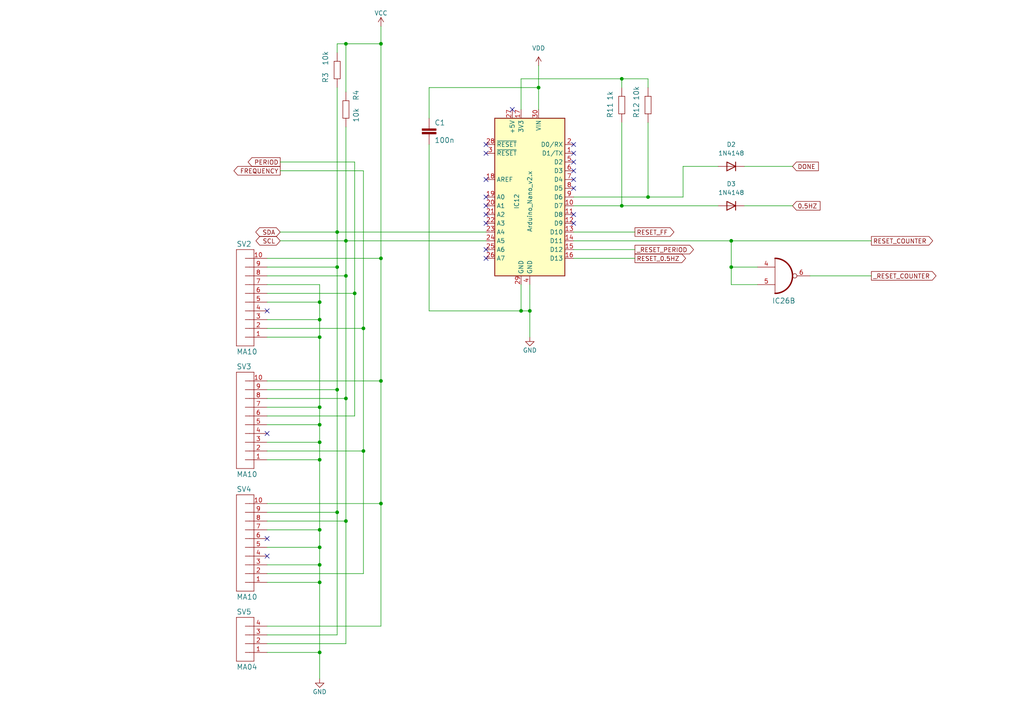
<source format=kicad_sch>
(kicad_sch (version 20211123) (generator eeschema)
  (paper "A4")
  (lib_symbols
    (symbol "Device:D" (pin_numbers hide) (pin_names (offset 1.016) hide)
      (property "Reference" "D" (at 0 2.54 0))
      (property "Value" "D" (at 0 -2.54 0))
      (symbol "D_0_1"
        (polyline (pts (xy -1.27 1.27) (xy -1.27 -1.27)) (stroke (width 0.254)))
        (polyline (pts (xy 1.27 0) (xy -1.27 0)))
        (polyline (pts (xy 1.27 1.27) (xy 1.27 -1.27) (xy -1.27 0) (xy 1.27 1.27)) (stroke (width 0.254)))
      )
      (symbol "D_1_1"
        (pin passive line (at -3.81 0 0) (length 2.54) (name "K") (number "1"))
        (pin passive line (at 3.81 0 180) (length 2.54) (name "A") (number "2"))
      )
    )
    (symbol "Hauptplatine-rescue:7400D-Zähler-eagle-import" (pin_names (offset 1.016))
      (property "Reference" "IC" (at -0.635 -0.635 0))
      (symbol "7400D-Zähler-eagle-import_1_0"
        (arc (start -2.54 -5.08) (mid 2.54 0) (end -2.54 5.08) (stroke (width 0.4064)))
        (polyline (pts (xy -2.54 5.08) (xy -2.54 -5.08)))
        (pin input line (at -7.62 2.54 0) (length 5.08) (name "I0") (number "1"))
        (pin input line (at -7.62 -2.54 0) (length 5.08) (name "I1") (number "2"))
        (pin output inverted (at 7.62 0 180) (length 5.08) (name "O") (number "3"))
      )
      (symbol "7400D-Zähler-eagle-import_2_0"
        (arc (start -2.54 -5.08) (mid 2.54 0) (end -2.54 5.08) (stroke (width 0.4064)))
        (polyline (pts (xy -2.54 5.08) (xy -2.54 -5.08)))
        (pin input line (at -7.62 2.54 0) (length 5.08) (name "I0") (number "4"))
        (pin input line (at -7.62 -2.54 0) (length 5.08) (name "I1") (number "5"))
        (pin output inverted (at 7.62 0 180) (length 5.08) (name "O") (number "6"))
      )
      (symbol "7400D-Zähler-eagle-import_3_0"
        (arc (start -2.54 -5.08) (mid 2.54 0) (end -2.54 5.08) (stroke (width 0.4064)))
        (polyline (pts (xy -2.54 5.08) (xy -2.54 -5.08)))
        (pin input line (at -7.62 -2.54 0) (length 5.08) (name "I1") (number "10"))
        (pin output inverted (at 7.62 0 180) (length 5.08) (name "O") (number "8"))
        (pin input line (at -7.62 2.54 0) (length 5.08) (name "I0") (number "9"))
      )
      (symbol "7400D-Zähler-eagle-import_4_0"
        (arc (start -2.54 -5.08) (mid 2.54 0) (end -2.54 5.08) (stroke (width 0.4064)))
        (polyline (pts (xy -2.54 5.08) (xy -2.54 -5.08)))
        (pin output inverted (at 7.62 0 180) (length 5.08) (name "O") (number "11"))
        (pin input line (at -7.62 2.54 0) (length 5.08) (name "I0") (number "12"))
        (pin input line (at -7.62 -2.54 0) (length 5.08) (name "I1") (number "13"))
      )
      (symbol "7400D-Zähler-eagle-import_5_0"
        (text "GND" (at 1.905 -5.842 900) (effects (font (size 1.0668 1.0668)) (justify left bottom)))
        (text "VCC" (at 1.905 2.54 900) (effects (font (size 1.0668 1.0668)) (justify left bottom)))
        (pin power_in line (at 0 7.62 270) (length 5.08) (name "VCC") (number "14"))
        (pin power_in line (at 0 -7.62 90) (length 5.08) (name "GND") (number "7"))
      )
    )
    (symbol "Hauptplatine-rescue:C-EUC0603-Zähler-eagle-import" (pin_names (offset 1.016))
      (property "Reference" "C" (at 1.524 0.381 0))
      (property "Value" "C-EUC0603-Zähler-eagle-import" (at 1.524 -4.699 0))
      (symbol "C-EUC0603-Zähler-eagle-import_1_0"
        (rectangle (start -2.032 -2.032) (end 2.032 -1.524) (fill (type outline)))
        (rectangle (start -2.032 -1.016) (end 2.032 -0.508) (fill (type outline)))
        (polyline (pts (xy 0 -2.54) (xy 0 -2.032)))
        (polyline (pts (xy 0 0) (xy 0 -0.508)))
        (pin passive line (at 0 2.54 270) (length 2.54) (name "1") (number "1"))
        (pin passive line (at 0 -5.08 90) (length 2.54) (name "2") (number "2"))
      )
    )
    (symbol "Hauptplatine-rescue:MA04-1-Grundplatine-eagle-import" (pin_names (offset 1.016))
      (property "Reference" "SV" (at -1.27 5.842 0))
      (property "Value" "MA04-1-Grundplatine-eagle-import" (at -1.27 -10.16 0))
      (symbol "MA04-1-Grundplatine-eagle-import_1_0"
        (polyline (pts (xy -1.27 5.08) (xy -1.27 -7.62)))
        (polyline (pts (xy -1.27 5.08) (xy 3.81 5.08)))
        (polyline (pts (xy 1.27 -5.08) (xy 2.54 -5.08)))
        (polyline (pts (xy 1.27 -2.54) (xy 2.54 -2.54)))
        (polyline (pts (xy 1.27 0) (xy 2.54 0)))
        (polyline (pts (xy 1.27 2.54) (xy 2.54 2.54)))
        (polyline (pts (xy 3.81 -7.62) (xy -1.27 -7.62)))
        (polyline (pts (xy 3.81 -7.62) (xy 3.81 5.08)))
        (pin passive line (at 7.62 -5.08 180) (length 5.08) (name "1") (number "1"))
        (pin passive line (at 7.62 -2.54 180) (length 5.08) (name "2") (number "2"))
        (pin passive line (at 7.62 0 180) (length 5.08) (name "3") (number "3"))
        (pin passive line (at 7.62 2.54 180) (length 5.08) (name "4") (number "4"))
      )
    )
    (symbol "Hauptplatine-rescue:MA10-1-Grundplatine-eagle-import" (pin_names (offset 1.016))
      (property "Reference" "SV" (at -1.27 16.002 0))
      (property "Value" "MA10-1-Grundplatine-eagle-import" (at -1.27 -15.24 0))
      (symbol "MA10-1-Grundplatine-eagle-import_1_0"
        (polyline (pts (xy -1.27 15.24) (xy -1.27 -12.7)))
        (polyline (pts (xy -1.27 15.24) (xy 3.81 15.24)))
        (polyline (pts (xy 1.27 -10.16) (xy 2.54 -10.16)))
        (polyline (pts (xy 1.27 -7.62) (xy 2.54 -7.62)))
        (polyline (pts (xy 1.27 -5.08) (xy 2.54 -5.08)))
        (polyline (pts (xy 1.27 -2.54) (xy 2.54 -2.54)))
        (polyline (pts (xy 1.27 0) (xy 2.54 0)))
        (polyline (pts (xy 1.27 2.54) (xy 2.54 2.54)))
        (polyline (pts (xy 1.27 5.08) (xy 2.54 5.08)))
        (polyline (pts (xy 1.27 7.62) (xy 2.54 7.62)))
        (polyline (pts (xy 1.27 10.16) (xy 2.54 10.16)))
        (polyline (pts (xy 1.27 12.7) (xy 2.54 12.7)))
        (polyline (pts (xy 3.81 -12.7) (xy -1.27 -12.7)))
        (polyline (pts (xy 3.81 -12.7) (xy 3.81 15.24)))
        (pin passive line (at 7.62 -10.16 180) (length 5.08) (name "1") (number "1"))
        (pin passive line (at 7.62 12.7 180) (length 5.08) (name "10") (number "10"))
        (pin passive line (at 7.62 -7.62 180) (length 5.08) (name "2") (number "2"))
        (pin passive line (at 7.62 -5.08 180) (length 5.08) (name "3") (number "3"))
        (pin passive line (at 7.62 -2.54 180) (length 5.08) (name "4") (number "4"))
        (pin passive line (at 7.62 0 180) (length 5.08) (name "5") (number "5"))
        (pin passive line (at 7.62 2.54 180) (length 5.08) (name "6") (number "6"))
        (pin passive line (at 7.62 5.08 180) (length 5.08) (name "7") (number "7"))
        (pin passive line (at 7.62 7.62 180) (length 5.08) (name "8") (number "8"))
        (pin passive line (at 7.62 10.16 180) (length 5.08) (name "9") (number "9"))
      )
    )
    (symbol "Hauptplatine-rescue:R-EU_M0805-Grundplatine-eagle-import" (pin_names (offset 1.016))
      (property "Reference" "R" (at -3.81 1.4986 0))
      (property "Value" "R-EU_M0805-Grundplatine-eagle-import" (at -3.81 -3.302 0))
      (symbol "R-EU_M0805-Grundplatine-eagle-import_1_0"
        (polyline (pts (xy -2.54 -0.889) (xy -2.54 0.889)))
        (polyline (pts (xy -2.54 -0.889) (xy 2.54 -0.889)))
        (polyline (pts (xy 2.54 -0.889) (xy 2.54 0.889)))
        (polyline (pts (xy 2.54 0.889) (xy -2.54 0.889)))
        (pin passive line (at -5.08 0 0) (length 2.54) (name "1") (number "1"))
        (pin passive line (at 5.08 0 180) (length 2.54) (name "2") (number "2"))
      )
    )
    (symbol "MCU_Module:Arduino_Nano_v2.x"
      (property "Reference" "A" (at -10.16 23.495 0))
      (property "Value" "Arduino_Nano_v2.x" (at 5.08 -24.13 0))
      (symbol "Arduino_Nano_v2.x_0_1"
        (rectangle (start -10.16 22.86) (end 10.16 -22.86) (stroke (width 0.254)) (fill (type background)))
      )
      (symbol "Arduino_Nano_v2.x_1_1"
        (pin bidirectional line (at -12.7 12.7 0) (length 2.54) (name "D1/TX") (number "1"))
        (pin bidirectional line (at -12.7 -2.54 0) (length 2.54) (name "D7") (number "10"))
        (pin bidirectional line (at -12.7 -5.08 0) (length 2.54) (name "D8") (number "11"))
        (pin bidirectional line (at -12.7 -7.62 0) (length 2.54) (name "D9") (number "12"))
        (pin bidirectional line (at -12.7 -10.16 0) (length 2.54) (name "D10") (number "13"))
        (pin bidirectional line (at -12.7 -12.7 0) (length 2.54) (name "D11") (number "14"))
        (pin bidirectional line (at -12.7 -15.24 0) (length 2.54) (name "D12") (number "15"))
        (pin bidirectional line (at -12.7 -17.78 0) (length 2.54) (name "D13") (number "16"))
        (pin power_out line (at 2.54 25.4 270) (length 2.54) (name "3V3") (number "17"))
        (pin input line (at 12.7 5.08 180) (length 2.54) (name "AREF") (number "18"))
        (pin bidirectional line (at 12.7 0 180) (length 2.54) (name "A0") (number "19"))
        (pin bidirectional line (at -12.7 15.24 0) (length 2.54) (name "D0/RX") (number "2"))
        (pin bidirectional line (at 12.7 -2.54 180) (length 2.54) (name "A1") (number "20"))
        (pin bidirectional line (at 12.7 -5.08 180) (length 2.54) (name "A2") (number "21"))
        (pin bidirectional line (at 12.7 -7.62 180) (length 2.54) (name "A3") (number "22"))
        (pin bidirectional line (at 12.7 -10.16 180) (length 2.54) (name "A4") (number "23"))
        (pin bidirectional line (at 12.7 -12.7 180) (length 2.54) (name "A5") (number "24"))
        (pin bidirectional line (at 12.7 -15.24 180) (length 2.54) (name "A6") (number "25"))
        (pin bidirectional line (at 12.7 -17.78 180) (length 2.54) (name "A7") (number "26"))
        (pin power_out line (at 5.08 25.4 270) (length 2.54) (name "+5V") (number "27"))
        (pin input line (at 12.7 15.24 180) (length 2.54) (name "~{RESET}") (number "28"))
        (pin power_in line (at 2.54 -25.4 90) (length 2.54) (name "GND") (number "29"))
        (pin input line (at 12.7 12.7 180) (length 2.54) (name "~{RESET}") (number "3"))
        (pin power_in line (at -2.54 25.4 270) (length 2.54) (name "VIN") (number "30"))
        (pin power_in line (at 0 -25.4 90) (length 2.54) (name "GND") (number "4"))
        (pin bidirectional line (at -12.7 10.16 0) (length 2.54) (name "D2") (number "5"))
        (pin bidirectional line (at -12.7 7.62 0) (length 2.54) (name "D3") (number "6"))
        (pin bidirectional line (at -12.7 5.08 0) (length 2.54) (name "D4") (number "7"))
        (pin bidirectional line (at -12.7 2.54 0) (length 2.54) (name "D5") (number "8"))
        (pin bidirectional line (at -12.7 0 0) (length 2.54) (name "D6") (number "9"))
      )
    )
    (symbol "power:GND" (power) (pin_names (offset 0))
      (property "Value" "GND" (at 0 -3.81 0))
      (symbol "GND_0_1"
        (polyline (pts (xy 0 0) (xy 0 -1.27) (xy 1.27 -1.27) (xy 0 -2.54) (xy -1.27 -1.27) (xy 0 -1.27)))
      )
      (symbol "GND_1_1"
        (pin power_in line (at 0 0 270) (length 0) hide (name "GND") (number "1"))
      )
    )
    (symbol "power:VCC" (power) (pin_names (offset 0))
      (property "Value" "VCC" (at 0 3.81 0))
      (symbol "VCC_0_1"
        (polyline (pts (xy -0.762 1.27) (xy 0 2.54)))
        (polyline (pts (xy 0 0) (xy 0 2.54)))
        (polyline (pts (xy 0 2.54) (xy 0.762 1.27)))
      )
      (symbol "VCC_1_1"
        (pin power_in line (at 0 0 90) (length 0) hide (name "VCC") (number "1"))
      )
    )
    (symbol "power:VDD" (power) (pin_names (offset 0))
      (property "Value" "VDD" (at 0 3.81 0))
      (symbol "VDD_0_1"
        (polyline (pts (xy -0.762 1.27) (xy 0 2.54)))
        (polyline (pts (xy 0 0) (xy 0 2.54)))
        (polyline (pts (xy 0 2.54) (xy 0.762 1.27)))
      )
      (symbol "VDD_1_1"
        (pin power_in line (at 0 0 90) (length 0) hide (name "VDD") (number "1"))
      )
    )
  )
  (junction (at 92.71 189.23))
  (junction (at 100.33 115.57))
  (junction (at 92.71 168.91))
  (junction (at 102.87 85.09))
  (junction (at 110.49 110.49))
  (junction (at 187.96 57.15))
  (junction (at 97.79 67.31))
  (junction (at 100.33 151.13))
  (junction (at 97.79 113.03))
  (junction (at 97.79 148.59))
  (junction (at 92.71 133.35))
  (junction (at 92.71 92.71))
  (junction (at 100.33 80.01))
  (junction (at 153.67 90.17))
  (junction (at 92.71 87.63))
  (junction (at 151.13 90.17))
  (junction (at 105.41 130.81))
  (junction (at 92.71 163.83))
  (junction (at 105.41 95.25))
  (junction (at 110.49 74.93))
  (junction (at 212.09 69.85))
  (junction (at 97.79 77.47))
  (junction (at 180.34 59.69))
  (junction (at 92.71 118.11))
  (junction (at 110.49 12.7))
  (junction (at 100.33 12.7))
  (junction (at 110.49 146.05))
  (junction (at 92.71 158.75))
  (junction (at 92.71 153.67))
  (junction (at 156.21 25.4))
  (junction (at 92.71 123.19))
  (junction (at 100.33 69.85))
  (junction (at 212.09 77.47))
  (junction (at 180.34 22.86))
  (junction (at 92.71 128.27))
  (junction (at 92.71 97.79))
  (no_connect (at 77.47 161.29))
  (no_connect (at 140.97 62.23))
  (no_connect (at 77.47 90.17))
  (no_connect (at 166.37 44.45))
  (no_connect (at 140.97 64.77))
  (no_connect (at 77.47 125.73))
  (no_connect (at 166.37 41.91))
  (no_connect (at 166.37 54.61))
  (no_connect (at 140.97 52.07))
  (no_connect (at 140.97 59.69))
  (no_connect (at 140.97 72.39))
  (no_connect (at 166.37 62.23))
  (no_connect (at 77.47 156.21))
  (no_connect (at 148.59 31.75))
  (no_connect (at 140.97 44.45))
  (no_connect (at 140.97 41.91))
  (no_connect (at 166.37 46.99))
  (no_connect (at 166.37 64.77))
  (no_connect (at 166.37 49.53))
  (no_connect (at 140.97 57.15))
  (no_connect (at 140.97 74.93))
  (no_connect (at 166.37 52.07))
  (wire (pts (xy 156.21 19.05) (xy 156.21 25.4)))
  (wire (pts (xy 92.71 189.23) (xy 92.71 168.91)))
  (wire (pts (xy 187.96 25.4) (xy 187.96 22.86)))
  (wire (pts (xy 100.33 151.13) (xy 77.47 151.13)))
  (wire (pts (xy 100.33 115.57) (xy 100.33 151.13)))
  (wire (pts (xy 124.46 90.17) (xy 151.13 90.17)))
  (wire (pts (xy 97.79 67.31) (xy 97.79 77.47)))
  (wire (pts (xy 212.09 69.85) (xy 252.73 69.85)))
  (wire (pts (xy 215.9 59.69) (xy 229.87 59.69)))
  (wire (pts (xy 166.37 57.15) (xy 187.96 57.15)))
  (wire (pts (xy 77.47 82.55) (xy 92.71 82.55)))
  (wire (pts (xy 110.49 181.61) (xy 110.49 146.05)))
  (wire (pts (xy 110.49 7.62) (xy 110.49 12.7)))
  (wire (pts (xy 212.09 77.47) (xy 212.09 69.85)))
  (wire (pts (xy 77.47 110.49) (xy 110.49 110.49)))
  (wire (pts (xy 212.09 82.55) (xy 219.71 82.55)))
  (wire (pts (xy 110.49 146.05) (xy 110.49 110.49)))
  (wire (pts (xy 105.41 95.25) (xy 105.41 130.81)))
  (wire (pts (xy 105.41 166.37) (xy 77.47 166.37)))
  (wire (pts (xy 77.47 87.63) (xy 92.71 87.63)))
  (wire (pts (xy 100.33 186.69) (xy 77.47 186.69)))
  (wire (pts (xy 151.13 90.17) (xy 151.13 82.55)))
  (wire (pts (xy 92.71 87.63) (xy 92.71 82.55)))
  (wire (pts (xy 92.71 158.75) (xy 92.71 153.67)))
  (wire (pts (xy 92.71 133.35) (xy 92.71 128.27)))
  (wire (pts (xy 110.49 12.7) (xy 100.33 12.7)))
  (wire (pts (xy 153.67 90.17) (xy 151.13 90.17)))
  (wire (pts (xy 102.87 46.99) (xy 102.87 85.09)))
  (wire (pts (xy 215.9 48.26) (xy 229.87 48.26)))
  (wire (pts (xy 97.79 77.47) (xy 77.47 77.47)))
  (wire (pts (xy 234.95 80.01) (xy 252.73 80.01)))
  (wire (pts (xy 81.28 67.31) (xy 97.79 67.31)))
  (wire (pts (xy 180.34 35.56) (xy 180.34 59.69)))
  (wire (pts (xy 92.71 118.11) (xy 92.71 97.79)))
  (wire (pts (xy 100.33 80.01) (xy 100.33 115.57)))
  (wire (pts (xy 92.71 97.79) (xy 92.71 92.71)))
  (wire (pts (xy 77.47 158.75) (xy 92.71 158.75)))
  (wire (pts (xy 102.87 85.09) (xy 102.87 120.65)))
  (wire (pts (xy 102.87 120.65) (xy 77.47 120.65)))
  (wire (pts (xy 77.47 146.05) (xy 110.49 146.05)))
  (wire (pts (xy 105.41 49.53) (xy 105.41 95.25)))
  (wire (pts (xy 97.79 148.59) (xy 97.79 184.15)))
  (wire (pts (xy 219.71 77.47) (xy 212.09 77.47)))
  (wire (pts (xy 166.37 72.39) (xy 184.15 72.39)))
  (wire (pts (xy 81.28 49.53) (xy 105.41 49.53)))
  (wire (pts (xy 187.96 35.56) (xy 187.96 57.15)))
  (wire (pts (xy 151.13 31.75) (xy 151.13 22.86)))
  (wire (pts (xy 81.28 69.85) (xy 100.33 69.85)))
  (wire (pts (xy 77.47 97.79) (xy 92.71 97.79)))
  (wire (pts (xy 97.79 15.24) (xy 97.79 12.7)))
  (wire (pts (xy 77.47 92.71) (xy 92.71 92.71)))
  (wire (pts (xy 97.79 184.15) (xy 77.47 184.15)))
  (wire (pts (xy 77.47 153.67) (xy 92.71 153.67)))
  (wire (pts (xy 100.33 80.01) (xy 77.47 80.01)))
  (wire (pts (xy 100.33 69.85) (xy 140.97 69.85)))
  (wire (pts (xy 166.37 67.31) (xy 184.15 67.31)))
  (wire (pts (xy 184.15 74.93) (xy 166.37 74.93)))
  (wire (pts (xy 156.21 25.4) (xy 156.21 31.75)))
  (wire (pts (xy 110.49 12.7) (xy 110.49 74.93)))
  (wire (pts (xy 77.47 181.61) (xy 110.49 181.61)))
  (wire (pts (xy 198.12 57.15) (xy 198.12 48.26)))
  (wire (pts (xy 92.71 196.85) (xy 92.71 189.23)))
  (wire (pts (xy 212.09 77.47) (xy 212.09 82.55)))
  (wire (pts (xy 97.79 113.03) (xy 77.47 113.03)))
  (wire (pts (xy 77.47 189.23) (xy 92.71 189.23)))
  (wire (pts (xy 97.79 25.4) (xy 97.79 67.31)))
  (wire (pts (xy 92.71 168.91) (xy 92.71 163.83)))
  (wire (pts (xy 105.41 95.25) (xy 77.47 95.25)))
  (wire (pts (xy 77.47 168.91) (xy 92.71 168.91)))
  (wire (pts (xy 77.47 118.11) (xy 92.71 118.11)))
  (wire (pts (xy 97.79 148.59) (xy 77.47 148.59)))
  (wire (pts (xy 105.41 130.81) (xy 105.41 166.37)))
  (wire (pts (xy 81.28 46.99) (xy 102.87 46.99)))
  (wire (pts (xy 92.71 92.71) (xy 92.71 87.63)))
  (wire (pts (xy 100.33 69.85) (xy 100.33 80.01)))
  (wire (pts (xy 92.71 153.67) (xy 92.71 133.35)))
  (wire (pts (xy 187.96 57.15) (xy 198.12 57.15)))
  (wire (pts (xy 97.79 77.47) (xy 97.79 113.03)))
  (wire (pts (xy 180.34 22.86) (xy 187.96 22.86)))
  (wire (pts (xy 180.34 59.69) (xy 208.28 59.69)))
  (wire (pts (xy 198.12 48.26) (xy 208.28 48.26)))
  (wire (pts (xy 77.47 163.83) (xy 92.71 163.83)))
  (wire (pts (xy 97.79 113.03) (xy 97.79 148.59)))
  (wire (pts (xy 92.71 163.83) (xy 92.71 158.75)))
  (wire (pts (xy 97.79 12.7) (xy 100.33 12.7)))
  (wire (pts (xy 77.47 128.27) (xy 92.71 128.27)))
  (wire (pts (xy 153.67 90.17) (xy 153.67 82.55)))
  (wire (pts (xy 124.46 41.91) (xy 124.46 90.17)))
  (wire (pts (xy 77.47 123.19) (xy 92.71 123.19)))
  (wire (pts (xy 110.49 110.49) (xy 110.49 74.93)))
  (wire (pts (xy 180.34 22.86) (xy 180.34 25.4)))
  (wire (pts (xy 100.33 151.13) (xy 100.33 186.69)))
  (wire (pts (xy 77.47 74.93) (xy 110.49 74.93)))
  (wire (pts (xy 124.46 25.4) (xy 124.46 34.29)))
  (wire (pts (xy 166.37 59.69) (xy 180.34 59.69)))
  (wire (pts (xy 153.67 97.79) (xy 153.67 90.17)))
  (wire (pts (xy 92.71 123.19) (xy 92.71 118.11)))
  (wire (pts (xy 100.33 36.83) (xy 100.33 69.85)))
  (wire (pts (xy 166.37 69.85) (xy 212.09 69.85)))
  (wire (pts (xy 102.87 85.09) (xy 77.47 85.09)))
  (wire (pts (xy 156.21 25.4) (xy 124.46 25.4)))
  (wire (pts (xy 92.71 128.27) (xy 92.71 123.19)))
  (wire (pts (xy 105.41 130.81) (xy 77.47 130.81)))
  (wire (pts (xy 151.13 22.86) (xy 180.34 22.86)))
  (wire (pts (xy 140.97 67.31) (xy 97.79 67.31)))
  (wire (pts (xy 100.33 12.7) (xy 100.33 26.67)))
  (wire (pts (xy 100.33 115.57) (xy 77.47 115.57)))
  (wire (pts (xy 77.47 133.35) (xy 92.71 133.35)))
  (global_label "0.5HZ" (shape input) (at 229.87 59.69 0) (property "Intersheet References" "${INTERSHEET_REFS}" (effects hide)))
  (global_label "PERIOD" (shape output) (at 81.28 46.99 180) (property "Intersheet References" "${INTERSHEET_REFS}" (effects hide)))
  (global_label "_RESET_PERIOD" (shape output) (at 184.15 72.39 0) (property "Intersheet References" "${INTERSHEET_REFS}" (effects hide)))
  (global_label "SDA" (shape bidirectional) (at 81.28 67.31 180) (property "Intersheet References" "${INTERSHEET_REFS}" (effects hide)))
  (global_label "DONE" (shape input) (at 229.87 48.26 0) (property "Intersheet References" "${INTERSHEET_REFS}" (effects hide)))
  (global_label "_RESET_COUNTER" (shape output) (at 252.73 80.01 0) (property "Intersheet References" "${INTERSHEET_REFS}" (effects hide)))
  (global_label "RESET_0.5HZ" (shape output) (at 184.15 74.93 0) (property "Intersheet References" "${INTERSHEET_REFS}" (effects hide)))
  (global_label "RESET_FF" (shape output) (at 184.15 67.31 0) (property "Intersheet References" "${INTERSHEET_REFS}" (effects hide)))
  (global_label "RESET_COUNTER" (shape output) (at 252.73 69.85 0) (property "Intersheet References" "${INTERSHEET_REFS}" (effects hide)))
  (global_label "FREQUENCY" (shape output) (at 81.28 49.53 180) (property "Intersheet References" "${INTERSHEET_REFS}" (effects hide)))
  (global_label "SCL" (shape bidirectional) (at 81.28 69.85 180) (property "Intersheet References" "${INTERSHEET_REFS}" (effects hide)))
  (symbol (lib_id "Hauptplatine-rescue:MA10-1-Grundplatine-eagle-import") (at 69.85 87.63 0) (unit 1)
    (property "Reference" "SV2" (at 68.58 71.628 0) (effects (font (size 1.4986 1.4986)) (justify left bottom)))
    (property "Value" "MA10" (at 68.58 102.87 0) (effects (font (size 1.4986 1.4986)) (justify left bottom)))
    (property "Footprint" "Connector_PinSocket_2.54mm:PinSocket_1x10_P2.54mm_Vertical" (effects hide))
  )
  (symbol (lib_id "Hauptplatine-rescue:MA10-1-Grundplatine-eagle-import") (at 69.85 123.19 0) (unit 1)
    (property "Reference" "SV3" (at 68.58 107.188 0) (effects (font (size 1.4986 1.4986)) (justify left bottom)))
    (property "Value" "MA10" (at 68.58 138.43 0) (effects (font (size 1.4986 1.4986)) (justify left bottom)))
    (property "Footprint" "Connector_PinSocket_2.54mm:PinSocket_1x10_P2.54mm_Vertical" (effects hide))
  )
  (symbol (lib_id "Hauptplatine-rescue:R-EU_M0805-Grundplatine-eagle-import") (at 97.79 20.32 90) (unit 1)
    (property "Reference" "R3" (at 95.25 24.13 0) (effects (font (size 1.4986 1.4986)) (justify left bottom)))
    (property "Value" "10k" (at 95.25 19.05 0) (effects (font (size 1.4986 1.4986)) (justify left bottom)))
    (property "Footprint" "Resistor_THT:R_Axial_DIN0204_L3.6mm_D1.6mm_P1.90mm_Vertical" (effects hide))
  )
  (symbol (lib_id "Hauptplatine-rescue:R-EU_M0805-Grundplatine-eagle-import") (at 100.33 31.75 90) (unit 1)
    (property "Reference" "R4" (at 104.14 29.21 0) (effects (font (size 1.4986 1.4986)) (justify left bottom)))
    (property "Value" "10k" (at 104.14 35.56 0) (effects (font (size 1.4986 1.4986)) (justify left bottom)))
    (property "Footprint" "Resistor_THT:R_Axial_DIN0204_L3.6mm_D1.6mm_P1.90mm_Vertical" (effects hide))
  )
  (symbol (lib_id "MCU_Module:Arduino_Nano_v2.x") (at 153.67 57.15 0) (mirror y) (unit 1)
    (property "Reference" "IC12" (at 149.86 58.42 90))
    (property "Value" "Arduino_Nano_v2.x" (at 153.67 58.42 90))
    (property "Footprint" "Module:Arduino_Nano" (effects hide))
    (property "Datasheet" "https://www.arduino.cc/en/uploads/Main/ArduinoNanoManual23.pdf" (effects hide))
  )
  (symbol (lib_id "Hauptplatine-rescue:MA10-1-Grundplatine-eagle-import") (at 69.85 158.75 0) (unit 1)
    (property "Reference" "SV4" (at 68.58 142.748 0) (effects (font (size 1.4986 1.4986)) (justify left bottom)))
    (property "Value" "MA10" (at 68.58 173.99 0) (effects (font (size 1.4986 1.4986)) (justify left bottom)))
    (property "Footprint" "Connector_PinSocket_2.54mm:PinSocket_1x10_P2.54mm_Vertical" (effects hide))
  )
  (symbol (lib_id "Hauptplatine-rescue:MA04-1-Grundplatine-eagle-import") (at 69.85 184.15 0) (unit 1)
    (property "Reference" "SV5" (at 68.58 178.308 0) (effects (font (size 1.4986 1.4986)) (justify left bottom)))
    (property "Value" "MA04" (at 68.58 194.31 0) (effects (font (size 1.4986 1.4986)) (justify left bottom)))
    (property "Footprint" "Connector_PinSocket_2.54mm:PinSocket_1x04_P2.54mm_Vertical" (effects hide))
  )
  (symbol (lib_id "Device:D") (at 212.09 48.26 180) (unit 1)
    (property "Reference" "D2" (at 212.09 41.91 0))
    (property "Value" "1N4148" (at 212.09 44.45 0))
    (property "Footprint" "Diode_THT:D_DO-35_SOD27_P7.62mm_Horizontal" (effects hide))
  )
  (symbol (lib_id "Hauptplatine-rescue:7400D-Zähler-eagle-import") (at 227.33 80.01 0) (unit 2)
    (property "Reference" "IC26" (at 227.33 87.249 0) (effects (font (size 1.4986 1.4986))))
    (property "Value" "74HC00" (effects hide))
    (property "Footprint" "Package_DIP:DIP-14_W7.62mm_LongPads" (effects hide))
    (property "Datasheet" "http://www.ti.com/lit/gpn/sn74HC00" (effects hide))
  )
  (symbol (lib_id "power:GND") (at 92.71 196.85 0) (unit 1)
    (property "Reference" "#PWR0108" (effects hide))
    (property "Value" "GND" (at 92.71 200.66 0))
  )
  (symbol (lib_id "Device:D") (at 212.09 59.69 180) (unit 1)
    (property "Reference" "D3" (at 212.09 53.34 0))
    (property "Value" "1N4148" (at 212.09 55.88 0))
    (property "Footprint" "Diode_THT:D_DO-35_SOD27_P7.62mm_Horizontal" (effects hide))
  )
  (symbol (lib_id "power:GND") (at 153.67 97.79 0) (unit 1)
    (property "Reference" "#PWR0109" (effects hide))
    (property "Value" "GND" (at 153.67 101.6 0))
  )
  (symbol (lib_id "Hauptplatine-rescue:R-EU_M0805-Grundplatine-eagle-import") (at 180.34 30.48 90) (unit 1)
    (property "Reference" "R11" (at 177.8 34.29 0) (effects (font (size 1.4986 1.4986)) (justify left bottom)))
    (property "Value" "1k" (at 177.8 29.21 0) (effects (font (size 1.4986 1.4986)) (justify left bottom)))
    (property "Footprint" "Resistor_THT:R_Axial_DIN0204_L3.6mm_D1.6mm_P1.90mm_Vertical" (effects hide))
  )
  (symbol (lib_id "power:VCC") (at 110.49 7.62 0) (unit 1)
    (property "Reference" "#PWR0110" (effects hide))
    (property "Value" "VCC" (at 110.49 3.81 0))
  )
  (symbol (lib_id "Hauptplatine-rescue:R-EU_M0805-Grundplatine-eagle-import") (at 187.96 30.48 90) (unit 1)
    (property "Reference" "R12" (at 185.42 34.29 0) (effects (font (size 1.4986 1.4986)) (justify left bottom)))
    (property "Value" "10k" (at 185.42 29.21 0) (effects (font (size 1.4986 1.4986)) (justify left bottom)))
    (property "Footprint" "Resistor_THT:R_Axial_DIN0204_L3.6mm_D1.6mm_P1.90mm_Vertical" (effects hide))
  )
  (symbol (lib_id "power:VDD") (at 156.21 19.05 0) (unit 1)
    (property "Reference" "#PWR01" (effects hide))
    (property "Value" "VDD" (at 156.21 13.97 0))
  )
  (symbol (lib_id "Hauptplatine-rescue:C-EUC0603-Zähler-eagle-import") (at 124.46 36.83 0) (unit 1)
    (property "Reference" "C1" (at 125.984 36.449 0) (effects (font (size 1.4986 1.4986)) (justify left bottom)))
    (property "Value" "100n" (at 125.984 41.529 0) (effects (font (size 1.4986 1.4986)) (justify left bottom)))
    (property "Footprint" "Capacitor_THT:C_Rect_L10.0mm_W4.0mm_P7.50mm_FKS3_FKP3" (effects hide))
  )
)
</source>
